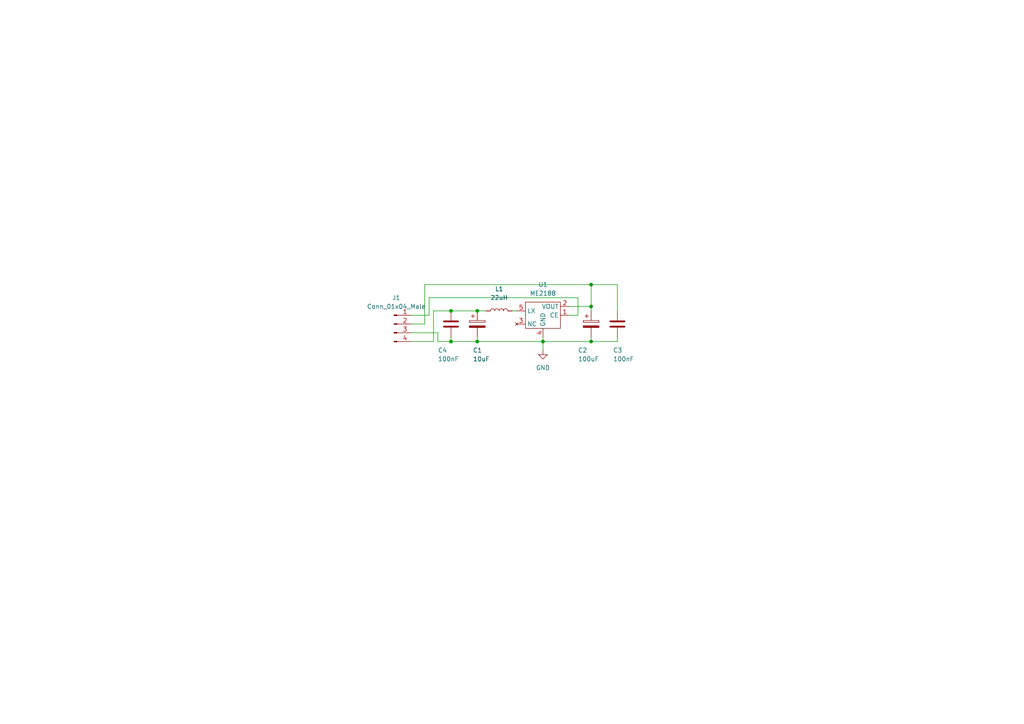
<source format=kicad_sch>
(kicad_sch (version 20211123) (generator eeschema)
  (paper "A4")
  (lib_symbols
    (symbol "Connector:Conn_01x04_Male" (pin_names (offset 1.016) hide)
      (property "Reference" "J" (at 0 5.08 0))
      (property "Value" "Conn_01x04_Male" (at 0 -7.62 0))
      (symbol "Conn_01x04_Male_1_1"
        (polyline (pts (xy 1.27 -5.08) (xy 0.8636 -5.08)) (stroke (width 0.1524)))
        (polyline (pts (xy 1.27 -2.54) (xy 0.8636 -2.54)) (stroke (width 0.1524)))
        (polyline (pts (xy 1.27 0) (xy 0.8636 0)) (stroke (width 0.1524)))
        (polyline (pts (xy 1.27 2.54) (xy 0.8636 2.54)) (stroke (width 0.1524)))
        (rectangle (start 0.8636 -4.953) (end 0 -5.207) (stroke (width 0.1524)) (fill (type outline)))
        (rectangle (start 0.8636 -2.413) (end 0 -2.667) (stroke (width 0.1524)) (fill (type outline)))
        (rectangle (start 0.8636 0.127) (end 0 -0.127) (stroke (width 0.1524)) (fill (type outline)))
        (rectangle (start 0.8636 2.667) (end 0 2.413) (stroke (width 0.1524)) (fill (type outline)))
        (pin passive line (at 5.08 2.54 180) (length 3.81) (name "Pin_1") (number "1"))
        (pin passive line (at 5.08 0 180) (length 3.81) (name "Pin_2") (number "2"))
        (pin passive line (at 5.08 -2.54 180) (length 3.81) (name "Pin_3") (number "3"))
        (pin passive line (at 5.08 -5.08 180) (length 3.81) (name "Pin_4") (number "4"))
      )
    )
    (symbol "Converter_mini_DCDC:ME2188"
      (property "Reference" "U" (at 0 6.35 0))
      (property "Value" "ME2188" (at 0 3.81 0))
      (symbol "ME2188_0_1"
        (rectangle (start -5.08 2.54) (end 5.08 -5.08))
      )
      (symbol "ME2188_1_1"
        (pin input line (at 7.62 -1.27 180) (length 2.54) (name "CE") (number "1"))
        (pin input line (at 7.62 1.27 180) (length 2.54) (name "VOUT") (number "2"))
        (pin no_connect line (at -7.62 -3.81 0) (length 2.54) (name "NC") (number "3"))
        (pin input line (at 0 -7.62 90) (length 2.54) (name "GND") (number "4"))
        (pin input line (at -7.62 0 0) (length 2.54) (name "LX") (number "5"))
      )
    )
    (symbol "Device:C" (pin_numbers hide) (pin_names (offset 0.254))
      (property "Reference" "C" (at 0.635 2.54 0))
      (property "Value" "C" (at 0.635 -2.54 0))
      (symbol "C_0_1"
        (polyline (pts (xy -2.032 -0.762) (xy 2.032 -0.762)) (stroke (width 0.508)))
        (polyline (pts (xy -2.032 0.762) (xy 2.032 0.762)) (stroke (width 0.508)))
      )
      (symbol "C_1_1"
        (pin passive line (at 0 3.81 270) (length 2.794) (name "~") (number "1"))
        (pin passive line (at 0 -3.81 90) (length 2.794) (name "~") (number "2"))
      )
    )
    (symbol "Device:C_Polarized" (pin_numbers hide) (pin_names (offset 0.254))
      (property "Reference" "C" (at 0.635 2.54 0))
      (property "Value" "C_Polarized" (at 0.635 -2.54 0))
      (symbol "C_Polarized_0_1"
        (rectangle (start -2.286 0.508) (end 2.286 1.016))
        (polyline (pts (xy -1.778 2.286) (xy -0.762 2.286)))
        (polyline (pts (xy -1.27 2.794) (xy -1.27 1.778)))
        (rectangle (start 2.286 -0.508) (end -2.286 -1.016) (fill (type outline)))
      )
      (symbol "C_Polarized_1_1"
        (pin passive line (at 0 3.81 270) (length 2.794) (name "~") (number "1"))
        (pin passive line (at 0 -3.81 90) (length 2.794) (name "~") (number "2"))
      )
    )
    (symbol "Device:L" (pin_numbers hide) (pin_names (offset 1.016) hide)
      (property "Reference" "L" (at -1.27 0 90))
      (property "Value" "L" (at 1.905 0 90))
      (symbol "L_0_1"
        (arc (start 0 -2.54) (mid 0.635 -1.905) (end 0 -1.27))
        (arc (start 0 -1.27) (mid 0.635 -0.635) (end 0 0))
        (arc (start 0 0) (mid 0.635 0.635) (end 0 1.27))
        (arc (start 0 1.27) (mid 0.635 1.905) (end 0 2.54))
      )
      (symbol "L_1_1"
        (pin passive line (at 0 3.81 270) (length 1.27) (name "1") (number "1"))
        (pin passive line (at 0 -3.81 90) (length 1.27) (name "2") (number "2"))
      )
    )
    (symbol "power:GND" (power) (pin_names (offset 0))
      (property "Value" "GND" (at 0 -3.81 0))
      (symbol "GND_0_1"
        (polyline (pts (xy 0 0) (xy 0 -1.27) (xy 1.27 -1.27) (xy 0 -2.54) (xy -1.27 -1.27) (xy 0 -1.27)))
      )
      (symbol "GND_1_1"
        (pin power_in line (at 0 0 270) (length 0) hide (name "GND") (number "1"))
      )
    )
  )
  (junction (at 130.81 99.06))
  (junction (at 157.48 99.06))
  (junction (at 138.43 90.17))
  (junction (at 171.45 82.55))
  (junction (at 171.45 99.06))
  (junction (at 138.43 99.06))
  (junction (at 171.45 88.9))
  (junction (at 130.81 90.17))
  (wire (pts (xy 157.48 97.79) (xy 157.48 99.06)))
  (wire (pts (xy 148.59 90.17) (xy 149.86 90.17)))
  (wire (pts (xy 127 99.06) (xy 130.81 99.06)))
  (wire (pts (xy 138.43 99.06) (xy 157.48 99.06)))
  (wire (pts (xy 165.1 91.44) (xy 167.64 91.44)))
  (wire (pts (xy 119.38 99.06) (xy 125.73 99.06)))
  (wire (pts (xy 165.1 88.9) (xy 171.45 88.9)))
  (wire (pts (xy 119.38 93.98) (xy 123.19 93.98)))
  (wire (pts (xy 127 99.06) (xy 127 96.52)))
  (wire (pts (xy 130.81 90.17) (xy 138.43 90.17)))
  (wire (pts (xy 171.45 99.06) (xy 171.45 97.79)))
  (wire (pts (xy 125.73 90.17) (xy 130.81 90.17)))
  (wire (pts (xy 130.81 97.79) (xy 130.81 99.06)))
  (wire (pts (xy 167.64 91.44) (xy 167.64 86.36)))
  (wire (pts (xy 157.48 99.06) (xy 171.45 99.06)))
  (wire (pts (xy 138.43 97.79) (xy 138.43 99.06)))
  (wire (pts (xy 171.45 88.9) (xy 171.45 82.55)))
  (wire (pts (xy 171.45 88.9) (xy 171.45 90.17)))
  (wire (pts (xy 127 96.52) (xy 119.38 96.52)))
  (wire (pts (xy 124.46 86.36) (xy 124.46 91.44)))
  (wire (pts (xy 179.07 99.06) (xy 171.45 99.06)))
  (wire (pts (xy 157.48 99.06) (xy 157.48 101.6)))
  (wire (pts (xy 179.07 97.79) (xy 179.07 99.06)))
  (wire (pts (xy 171.45 82.55) (xy 123.19 82.55)))
  (wire (pts (xy 138.43 90.17) (xy 140.97 90.17)))
  (wire (pts (xy 125.73 90.17) (xy 125.73 99.06)))
  (wire (pts (xy 179.07 82.55) (xy 171.45 82.55)))
  (wire (pts (xy 167.64 86.36) (xy 124.46 86.36)))
  (wire (pts (xy 123.19 82.55) (xy 123.19 93.98)))
  (wire (pts (xy 130.81 99.06) (xy 138.43 99.06)))
  (wire (pts (xy 119.38 91.44) (xy 124.46 91.44)))
  (wire (pts (xy 179.07 82.55) (xy 179.07 90.17)))
  (symbol (lib_id "Device:C") (at 179.07 93.98 0) (unit 1)
    (property "Reference" "C3" (at 177.8 101.6 0) (effects (justify left)))
    (property "Value" "100nF" (at 177.8 104.14 0) (effects (justify left)))
    (property "Footprint" "Capacitor_SMD:C_0805_2012Metric_Pad1.18x1.45mm_HandSolder" (effects hide))
  )
  (symbol (lib_id "Device:C") (at 130.81 93.98 0) (unit 1)
    (property "Reference" "C4" (at 127 101.6 0) (effects (justify left)))
    (property "Value" "100nF" (at 127 104.14 0) (effects (justify left)))
    (property "Footprint" "Capacitor_SMD:C_0805_2012Metric_Pad1.18x1.45mm_HandSolder" (effects hide))
  )
  (symbol (lib_id "Converter_mini_DCDC:ME2188") (at 157.48 90.17 0) (unit 1)
    (property "Reference" "U1" (at 157.48 82.55 0))
    (property "Value" "ME2188" (at 157.48 85.09 0))
    (property "Footprint" "Package_TO_SOT_SMD:SOT-23-5_HandSoldering" (effects hide))
  )
  (symbol (lib_id "Connector:Conn_01x04_Male") (at 114.3 93.98 0) (unit 1)
    (property "Reference" "J1" (at 114.935 86.36 0))
    (property "Value" "Conn_01x04_Male" (at 114.935 88.9 0))
    (property "Footprint" "Connector_PinHeader_2.54mm:PinHeader_1x04_P2.54mm_Vertical" (effects hide))
  )
  (symbol (lib_id "Device:C_Polarized") (at 138.43 93.98 0) (unit 1)
    (property "Reference" "C1" (at 137.16 101.6 0) (effects (justify left)))
    (property "Value" "10uF" (at 137.16 104.14 0) (effects (justify left)))
    (property "Footprint" "Capacitor_Tantalum_SMD:CP_EIA-7343-31_Kemet-D_Pad2.25x2.55mm_HandSolder" (effects hide))
  )
  (symbol (lib_id "Device:L") (at 144.78 90.17 90) (unit 1)
    (property "Reference" "L1" (at 144.78 83.82 90))
    (property "Value" "22uH" (at 144.78 86.36 90))
    (property "Footprint" "Inductor_SMD:L_Ferrocore_DLG-0403" (effects hide))
  )
  (symbol (lib_id "Device:C_Polarized") (at 171.45 93.98 0) (unit 1)
    (property "Reference" "C2" (at 167.64 101.6 0) (effects (justify left)))
    (property "Value" "100uF" (at 167.64 104.14 0) (effects (justify left)))
    (property "Footprint" "Capacitor_Tantalum_SMD:CP_EIA-7343-31_Kemet-D_Pad2.25x2.55mm_HandSolder" (effects hide))
  )
  (symbol (lib_id "power:GND") (at 157.48 101.6 0) (unit 1)
    (property "Reference" "#PWR0101" (effects hide))
    (property "Value" "GND" (at 157.48 106.68 0))
  )
)
</source>
